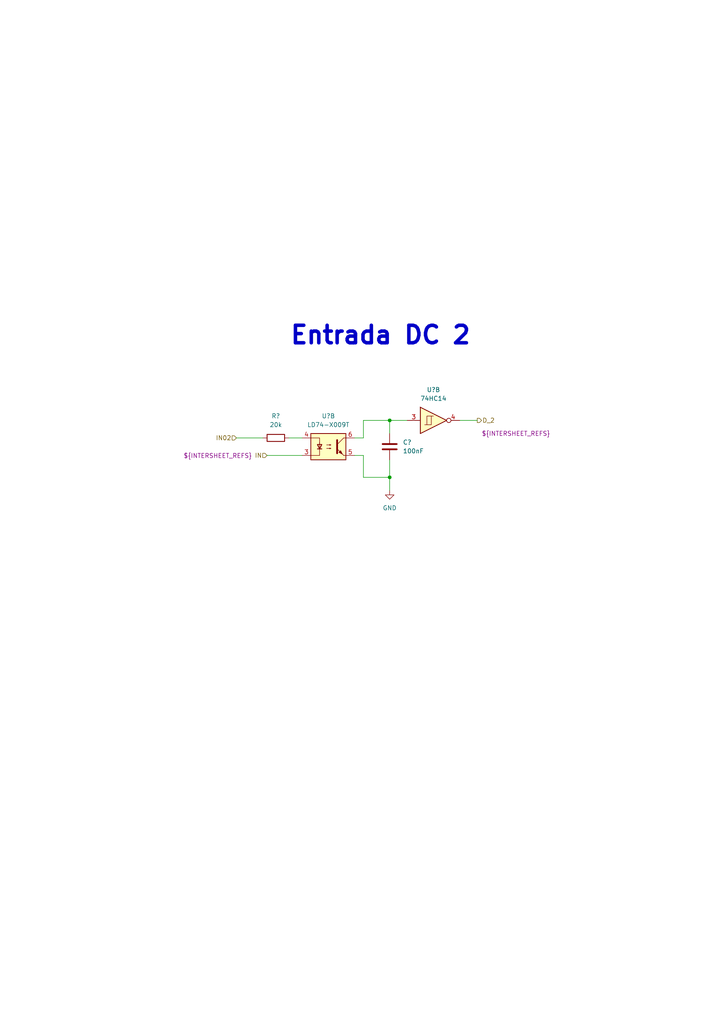
<source format=kicad_sch>
(kicad_sch (version 20221004) (generator eeschema)
  (paper "A4" portrait)
  (lib_symbols
    (symbol "74xx:74HC14" (pin_names (offset 1.016))
      (property "Reference" "U" (at 0 1.27 0))
      (property "Value" "74HC14" (at 0 -1.27 0))
      (symbol "74HC14_1_0"
        (polyline (pts (xy -3.81 3.81) (xy -3.81 -3.81) (xy 3.81 0) (xy -3.81 3.81)) (stroke (width 0.254)) (fill (type background)))
        (pin input line (at -7.62 0 0) (length 3.81) (name "~") (number "1"))
        (pin output inverted (at 7.62 0 180) (length 3.81) (name "~") (number "2"))
      )
      (symbol "74HC14_1_1"
        (polyline (pts (xy -1.905 -1.27) (xy -1.905 1.27) (xy -0.635 1.27)))
        (polyline (pts (xy -2.54 -1.27) (xy -0.635 -1.27) (xy -0.635 1.27) (xy 0 1.27)))
      )
      (symbol "74HC14_2_0"
        (polyline (pts (xy -3.81 3.81) (xy -3.81 -3.81) (xy 3.81 0) (xy -3.81 3.81)) (stroke (width 0.254)) (fill (type background)))
        (pin input line (at -7.62 0 0) (length 3.81) (name "~") (number "3"))
        (pin output inverted (at 7.62 0 180) (length 3.81) (name "~") (number "4"))
      )
      (symbol "74HC14_2_1"
        (polyline (pts (xy -1.905 -1.27) (xy -1.905 1.27) (xy -0.635 1.27)))
        (polyline (pts (xy -2.54 -1.27) (xy -0.635 -1.27) (xy -0.635 1.27) (xy 0 1.27)))
      )
      (symbol "74HC14_3_0"
        (polyline (pts (xy -3.81 3.81) (xy -3.81 -3.81) (xy 3.81 0) (xy -3.81 3.81)) (stroke (width 0.254)) (fill (type background)))
        (pin input line (at -7.62 0 0) (length 3.81) (name "~") (number "5"))
        (pin output inverted (at 7.62 0 180) (length 3.81) (name "~") (number "6"))
      )
      (symbol "74HC14_3_1"
        (polyline (pts (xy -1.905 -1.27) (xy -1.905 1.27) (xy -0.635 1.27)))
        (polyline (pts (xy -2.54 -1.27) (xy -0.635 -1.27) (xy -0.635 1.27) (xy 0 1.27)))
      )
      (symbol "74HC14_4_0"
        (polyline (pts (xy -3.81 3.81) (xy -3.81 -3.81) (xy 3.81 0) (xy -3.81 3.81)) (stroke (width 0.254)) (fill (type background)))
        (pin output inverted (at 7.62 0 180) (length 3.81) (name "~") (number "8"))
        (pin input line (at -7.62 0 0) (length 3.81) (name "~") (number "9"))
      )
      (symbol "74HC14_4_1"
        (polyline (pts (xy -1.905 -1.27) (xy -1.905 1.27) (xy -0.635 1.27)))
        (polyline (pts (xy -2.54 -1.27) (xy -0.635 -1.27) (xy -0.635 1.27) (xy 0 1.27)))
      )
      (symbol "74HC14_5_0"
        (polyline (pts (xy -3.81 3.81) (xy -3.81 -3.81) (xy 3.81 0) (xy -3.81 3.81)) (stroke (width 0.254)) (fill (type background)))
        (pin output inverted (at 7.62 0 180) (length 3.81) (name "~") (number "10"))
        (pin input line (at -7.62 0 0) (length 3.81) (name "~") (number "11"))
      )
      (symbol "74HC14_5_1"
        (polyline (pts (xy -1.905 -1.27) (xy -1.905 1.27) (xy -0.635 1.27)))
        (polyline (pts (xy -2.54 -1.27) (xy -0.635 -1.27) (xy -0.635 1.27) (xy 0 1.27)))
      )
      (symbol "74HC14_6_0"
        (polyline (pts (xy -3.81 3.81) (xy -3.81 -3.81) (xy 3.81 0) (xy -3.81 3.81)) (stroke (width 0.254)) (fill (type background)))
        (pin output inverted (at 7.62 0 180) (length 3.81) (name "~") (number "12"))
        (pin input line (at -7.62 0 0) (length 3.81) (name "~") (number "13"))
      )
      (symbol "74HC14_6_1"
        (polyline (pts (xy -1.905 -1.27) (xy -1.905 1.27) (xy -0.635 1.27)))
        (polyline (pts (xy -2.54 -1.27) (xy -0.635 -1.27) (xy -0.635 1.27) (xy 0 1.27)))
      )
      (symbol "74HC14_7_0"
        (pin power_in line (at 0 12.7 270) (length 5.08) (name "VCC") (number "14"))
        (pin power_in line (at 0 -12.7 90) (length 5.08) (name "GND") (number "7"))
      )
      (symbol "74HC14_7_1"
        (rectangle (start -5.08 7.62) (end 5.08 -7.62) (stroke (width 0.254)) (fill (type background)))
      )
    )
    (symbol "Device:C" (pin_numbers hide) (pin_names (offset 0.254))
      (property "Reference" "C" (at 0.635 2.54 0))
      (property "Value" "C" (at 0.635 -2.54 0))
      (symbol "C_0_1"
        (polyline (pts (xy -2.032 -0.762) (xy 2.032 -0.762)) (stroke (width 0.508)))
        (polyline (pts (xy -2.032 0.762) (xy 2.032 0.762)) (stroke (width 0.508)))
      )
      (symbol "C_1_1"
        (pin passive line (at 0 3.81 270) (length 2.794) (name "~") (number "1"))
        (pin passive line (at 0 -3.81 90) (length 2.794) (name "~") (number "2"))
      )
    )
    (symbol "Device:R" (pin_numbers hide) (pin_names (offset 0))
      (property "Reference" "R" (at 2.032 0 90))
      (property "Value" "R" (at 0 0 90))
      (symbol "R_0_1"
        (rectangle (start -1.016 -2.54) (end 1.016 2.54) (stroke (width 0.254)))
      )
      (symbol "R_1_1"
        (pin passive line (at 0 3.81 270) (length 1.27) (name "~") (number "1"))
        (pin passive line (at 0 -3.81 90) (length 1.27) (name "~") (number "2"))
      )
    )
    (symbol "Isolator:ILD74" (pin_names (offset 1.016))
      (property "Reference" "U" (at -5.08 5.08 0))
      (property "Value" "ILD74" (at 0 5.08 0))
      (symbol "ILD74_0_1"
        (rectangle (start -5.08 3.81) (end 5.08 -3.81) (stroke (width 0.254)) (fill (type background)))
        (polyline (pts (xy -3.175 -0.635) (xy -1.905 -0.635)) (stroke (width 0.254)))
        (polyline (pts (xy 2.54 0.635) (xy 4.445 2.54)))
        (polyline (pts (xy 4.445 -2.54) (xy 2.54 -0.635)) (fill (type outline)))
        (polyline (pts (xy 4.445 -2.54) (xy 5.08 -2.54)))
        (polyline (pts (xy 4.445 2.54) (xy 5.08 2.54)))
        (polyline (pts (xy -5.08 2.54) (xy -2.54 2.54) (xy -2.54 0.635)))
        (polyline (pts (xy 2.54 1.905) (xy 2.54 -1.905) (xy 2.54 -1.905)) (stroke (width 0.508)))
        (polyline (pts (xy -2.54 -0.635) (xy -3.175 0.635) (xy -1.905 0.635) (xy -2.54 -0.635)) (stroke (width 0.254)))
        (polyline (pts (xy -2.54 -0.635) (xy -2.54 1.27) (xy -2.54 -2.54) (xy -5.08 -2.54)))
        (polyline (pts (xy -0.508 -0.508) (xy 0.762 -0.508) (xy 0.381 -0.635) (xy 0.381 -0.381) (xy 0.762 -0.508)))
        (polyline (pts (xy -0.508 0.508) (xy 0.762 0.508) (xy 0.381 0.381) (xy 0.381 0.635) (xy 0.762 0.508)))
        (polyline (pts (xy 3.048 -1.651) (xy 3.556 -1.143) (xy 4.064 -2.159) (xy 3.048 -1.651) (xy 3.048 -1.651)) (fill (type outline)))
      )
      (symbol "ILD74_1_1"
        (pin passive line (at -7.62 2.54 0) (length 2.54) (name "~") (number "1"))
        (pin passive line (at -7.62 -2.54 0) (length 2.54) (name "~") (number "2"))
        (pin passive line (at 7.62 2.54 180) (length 2.54) (name "~") (number "7"))
        (pin passive line (at 7.62 -2.54 180) (length 2.54) (name "~") (number "8"))
      )
      (symbol "ILD74_2_1"
        (pin passive line (at -7.62 -2.54 0) (length 2.54) (name "~") (number "3"))
        (pin passive line (at -7.62 2.54 0) (length 2.54) (name "~") (number "4"))
        (pin passive line (at 7.62 -2.54 180) (length 2.54) (name "~") (number "5"))
        (pin passive line (at 7.62 2.54 180) (length 2.54) (name "~") (number "6"))
      )
    )
    (symbol "power:GND" (power) (pin_names (offset 0))
      (property "Value" "GND" (at 0 -3.81 0))
      (symbol "GND_0_1"
        (polyline (pts (xy 0 0) (xy 0 -1.27) (xy 1.27 -1.27) (xy 0 -2.54) (xy -1.27 -1.27) (xy 0 -1.27)))
      )
      (symbol "GND_1_1"
        (pin power_in line (at 0 0 270) (length 0) hide (name "GND") (number "1"))
      )
    )
  )
  (junction (at 113.03 138.43))
  (junction (at 113.03 121.92))
  (wire (pts (xy 105.41 138.43) (xy 113.03 138.43)))
  (wire (pts (xy 77.47 132.08) (xy 87.63 132.08)))
  (wire (pts (xy 113.03 142.24) (xy 113.03 138.43)))
  (wire (pts (xy 113.03 121.92) (xy 113.03 125.73)))
  (wire (pts (xy 105.41 121.92) (xy 113.03 121.92)))
  (wire (pts (xy 102.87 132.08) (xy 105.41 132.08)))
  (wire (pts (xy 68.58 127) (xy 76.2 127)))
  (wire (pts (xy 113.03 138.43) (xy 113.03 133.35)))
  (wire (pts (xy 102.87 127) (xy 105.41 127)))
  (wire (pts (xy 133.35 121.92) (xy 138.43 121.92)))
  (wire (pts (xy 105.41 127) (xy 105.41 121.92)))
  (wire (pts (xy 113.03 121.92) (xy 118.11 121.92)))
  (wire (pts (xy 105.41 132.08) (xy 105.41 138.43)))
  (wire (pts (xy 83.82 127) (xy 87.63 127)))
  (text "Entrada DC 2" (at 83.82 100.33 0) (effects (font (size 5.08 5.08) (thickness 1.016) bold) (justify left bottom)))
  (hierarchical_label "IN" (shape input) (at 77.47 132.08 180) (property "Intersheet References" "${INTERSHEET_REFS}" (at 73.1217 132.1594 0) (effects (justify right))))
  (hierarchical_label "IN02" (shape input) (at 68.58 127 180))
  (hierarchical_label "D_2" (shape output) (at 138.43 121.92 0) (property "Intersheet References" "${INTERSHEET_REFS}" (at 139.7 125.73 0) (effects (justify left))))
  (symbol (lib_id "power:GND") (at 113.03 142.24 0) (unit 1)
    (property "Reference" "#PWR?" (effects hide))
    (property "Value" "GND" (at 113.03 147.32 0))
  )
  (symbol (lib_id "Device:C") (at 113.03 129.54 0) (unit 1)
    (property "Reference" "C?" (at 116.84 128.2699 0) (effects (justify left)))
    (property "Value" "100nF" (at 116.84 130.8099 0) (effects (justify left)))
    (property "Footprint" "Capacitor_SMD:C_0402_1005Metric" (effects hide))
  )
  (symbol (lib_id "Device:R") (at 80.01 127 90) (unit 1)
    (property "Reference" "R?" (at 80.01 120.65 90))
    (property "Value" "20k" (at 80.01 123.19 90))
    (property "Footprint" "Resistor_SMD:R_0603_1608Metric" (effects hide))
  )
  (symbol (lib_id "Isolator:ILD74") (at 95.25 129.54 0) (unit 2)
    (property "Reference" "U?" (at 95.25 120.65 0))
    (property "Value" "LD74-X009T" (at 95.25 123.19 0))
    (property "Footprint" "Package_DIP:DIP-8_W8.89mm_SMDSocket_LongPads" (effects hide))
    (property "Datasheet" "https://www.vishay.com/docs/83640/ild74.pdf" (effects hide))
  )
  (symbol (lib_id "74xx:74HC14") (at 125.73 121.92 0) (unit 2)
    (property "Reference" "U?" (at 125.73 113.03 0))
    (property "Value" "74HC14" (at 125.73 115.57 0))
    (property "Footprint" "Package_SO:SOIC-14W_7.5x9mm_P1.27mm" (effects hide))
    (property "Datasheet" "http://www.ti.com/lit/gpn/sn74HC14" (effects hide))
  )
)
</source>
